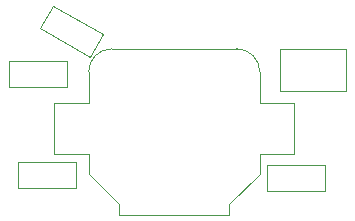
<source format=gbr>
G04 #@! TF.GenerationSoftware,KiCad,Pcbnew,(5.1.5)-3*
G04 #@! TF.CreationDate,2020-05-15T21:02:07+03:00*
G04 #@! TF.ProjectId,ButterflyJewel,42757474-6572-4666-9c79-4a6577656c2e,rev?*
G04 #@! TF.SameCoordinates,Original*
G04 #@! TF.FileFunction,Other,User*
%FSLAX46Y46*%
G04 Gerber Fmt 4.6, Leading zero omitted, Abs format (unit mm)*
G04 Created by KiCad (PCBNEW (5.1.5)-3) date 2020-05-15 21:02:07*
%MOMM*%
%LPD*%
G04 APERTURE LIST*
%ADD10C,0.050000*%
G04 APERTURE END LIST*
D10*
X205035500Y-38249000D02*
X210635500Y-38249000D01*
X210635500Y-38249000D02*
X210635500Y-34649000D01*
X210635500Y-34649000D02*
X205035500Y-34649000D01*
X205035500Y-34649000D02*
X205035500Y-38249000D01*
X187743000Y-44219000D02*
X182843000Y-44219000D01*
X187743000Y-46459000D02*
X187743000Y-44219000D01*
X182843000Y-46459000D02*
X187743000Y-46459000D01*
X182843000Y-44219000D02*
X182843000Y-46459000D01*
X186981000Y-35646500D02*
X182081000Y-35646500D01*
X186981000Y-37886500D02*
X186981000Y-35646500D01*
X182081000Y-37886500D02*
X186981000Y-37886500D01*
X182081000Y-35646500D02*
X182081000Y-37886500D01*
X208825000Y-44473000D02*
X203925000Y-44473000D01*
X208825000Y-46713000D02*
X208825000Y-44473000D01*
X203925000Y-46713000D02*
X208825000Y-46713000D01*
X203925000Y-44473000D02*
X203925000Y-46713000D01*
X190798000Y-34642000D02*
X201378000Y-34642000D01*
X206238000Y-39252000D02*
X203338000Y-39252000D01*
X206238000Y-43552000D02*
X206238000Y-39252000D01*
X203338000Y-43552000D02*
X206238000Y-43552000D01*
X185938000Y-39252000D02*
X188838000Y-39252000D01*
X185938000Y-43552000D02*
X185938000Y-39252000D01*
X188838000Y-43552000D02*
X185938000Y-43552000D01*
X188838000Y-43552000D02*
X188838000Y-45202000D01*
X188838000Y-45202000D02*
X191438000Y-47802000D01*
X191438000Y-47802000D02*
X191438000Y-48752000D01*
X191438000Y-48752000D02*
X200738000Y-48752000D01*
X200738000Y-47802000D02*
X200738000Y-48752000D01*
X203338000Y-45202000D02*
X200738000Y-47802000D01*
X203338000Y-43552000D02*
X203338000Y-45202000D01*
X203338000Y-39252000D02*
X203338000Y-36602000D01*
X188838000Y-39252000D02*
X188838000Y-36602000D01*
X188838000Y-36602000D02*
G75*
G02X190798000Y-34642000I1960000J0D01*
G01*
X203338000Y-36602000D02*
G75*
G03X201378000Y-34642000I-1960000J0D01*
G01*
X184734417Y-32919627D02*
X188977941Y-35369627D01*
X185854417Y-30979731D02*
X184734417Y-32919627D01*
X190097941Y-33429731D02*
X185854417Y-30979731D01*
X188977941Y-35369627D02*
X190097941Y-33429731D01*
M02*

</source>
